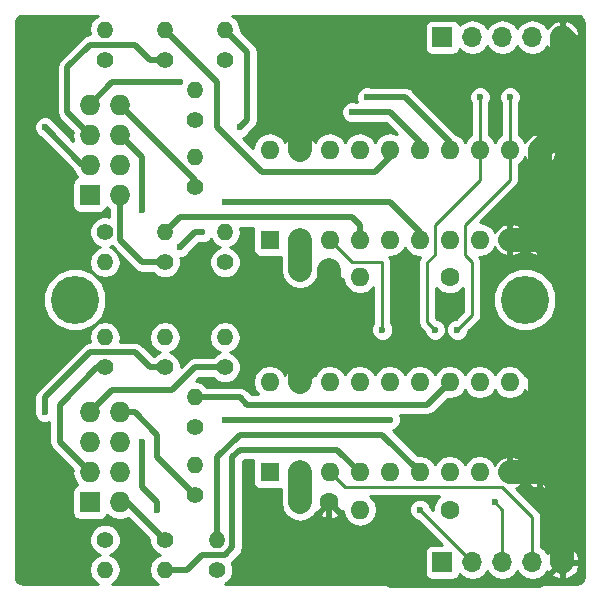
<source format=gtl>
G04 #@! TF.FileFunction,Copper,L1,Top,Signal*
%FSLAX46Y46*%
G04 Gerber Fmt 4.6, Leading zero omitted, Abs format (unit mm)*
G04 Created by KiCad (PCBNEW 4.0.5) date Sat Jan 28 10:55:45 2017*
%MOMM*%
%LPD*%
G01*
G04 APERTURE LIST*
%ADD10C,0.100000*%
%ADD11R,1.600000X1.600000*%
%ADD12O,1.600000X1.600000*%
%ADD13C,1.400000*%
%ADD14O,1.400000X1.400000*%
%ADD15R,1.700000X1.700000*%
%ADD16O,1.700000X1.700000*%
%ADD17C,1.600000*%
%ADD18R,1.727200X1.727200*%
%ADD19O,1.727200X1.727200*%
%ADD20C,4.064000*%
%ADD21C,0.600000*%
%ADD22C,2.000000*%
%ADD23C,0.250000*%
%ADD24C,0.500000*%
%ADD25C,0.254000*%
G04 APERTURE END LIST*
D10*
D11*
X155575000Y-135890000D03*
D12*
X178435000Y-128270000D03*
X158115000Y-135890000D03*
X175895000Y-128270000D03*
X160655000Y-135890000D03*
X173355000Y-128270000D03*
X163195000Y-135890000D03*
X170815000Y-128270000D03*
X165735000Y-135890000D03*
X168275000Y-128270000D03*
X168275000Y-135890000D03*
X165735000Y-128270000D03*
X170815000Y-135890000D03*
X163195000Y-128270000D03*
X173355000Y-135890000D03*
X160655000Y-128270000D03*
X175895000Y-135890000D03*
X158115000Y-128270000D03*
X178435000Y-135890000D03*
X155575000Y-128270000D03*
D13*
X151130000Y-144145000D03*
D14*
X151130000Y-141605000D03*
D15*
X170180000Y-143510000D03*
D16*
X172720000Y-143510000D03*
X175260000Y-143510000D03*
X177800000Y-143510000D03*
X180340000Y-143510000D03*
D15*
X170180000Y-99060000D03*
D16*
X172720000Y-99060000D03*
X175260000Y-99060000D03*
X177800000Y-99060000D03*
X180340000Y-99060000D03*
D17*
X158115000Y-118745000D03*
X160615000Y-118745000D03*
X158115000Y-138430000D03*
X160615000Y-138430000D03*
D11*
X155575000Y-116205000D03*
D12*
X178435000Y-108585000D03*
X158115000Y-116205000D03*
X175895000Y-108585000D03*
X160655000Y-116205000D03*
X173355000Y-108585000D03*
X163195000Y-116205000D03*
X170815000Y-108585000D03*
X165735000Y-116205000D03*
X168275000Y-108585000D03*
X168275000Y-116205000D03*
X165735000Y-108585000D03*
X170815000Y-116205000D03*
X163195000Y-108585000D03*
X173355000Y-116205000D03*
X160655000Y-108585000D03*
X175895000Y-116205000D03*
X158115000Y-108585000D03*
X178435000Y-116205000D03*
X155575000Y-108585000D03*
D18*
X140335000Y-138430000D03*
D19*
X142875000Y-138430000D03*
X140335000Y-135890000D03*
X142875000Y-135890000D03*
X140335000Y-133350000D03*
X142875000Y-133350000D03*
X140335000Y-130810000D03*
X142875000Y-130810000D03*
D18*
X140335000Y-112395000D03*
D19*
X142875000Y-112395000D03*
X140335000Y-109855000D03*
X142875000Y-109855000D03*
X140335000Y-107315000D03*
X142875000Y-107315000D03*
X140335000Y-104775000D03*
X142875000Y-104775000D03*
D17*
X170815000Y-139065000D03*
D12*
X163195000Y-139065000D03*
D17*
X170815000Y-119380000D03*
D12*
X163195000Y-119380000D03*
D13*
X146685000Y-141605000D03*
D14*
X146685000Y-144145000D03*
D13*
X141605000Y-141605000D03*
D14*
X141605000Y-144145000D03*
D13*
X149225000Y-137795000D03*
D14*
X149225000Y-135255000D03*
D13*
X149225000Y-132080000D03*
D14*
X149225000Y-129540000D03*
D13*
X141605000Y-127000000D03*
D14*
X141605000Y-124460000D03*
D13*
X146685000Y-127000000D03*
D14*
X146685000Y-124460000D03*
D13*
X151765000Y-127000000D03*
D14*
X151765000Y-124460000D03*
D13*
X146685000Y-118110000D03*
D14*
X146685000Y-115570000D03*
D13*
X151765000Y-118110000D03*
D14*
X151765000Y-115570000D03*
D13*
X141605000Y-115570000D03*
D14*
X141605000Y-118110000D03*
D13*
X149225000Y-111760000D03*
D14*
X149225000Y-109220000D03*
D13*
X149225000Y-106045000D03*
D14*
X149225000Y-103505000D03*
D13*
X141605000Y-100965000D03*
D14*
X141605000Y-98425000D03*
D13*
X146685000Y-100965000D03*
D14*
X146685000Y-98425000D03*
D13*
X151765000Y-100965000D03*
D14*
X151765000Y-98425000D03*
D20*
X139065000Y-121285000D03*
X177165000Y-121285000D03*
D21*
X174625000Y-138430000D03*
X175895000Y-104140000D03*
X171450000Y-123825000D03*
X168275000Y-139065000D03*
X173355000Y-104140000D03*
X169545000Y-123825000D03*
X165735000Y-131445000D03*
X151765000Y-131445000D03*
X165100000Y-123825000D03*
X163830000Y-104140000D03*
X162560000Y-105410000D03*
X151765000Y-113030000D03*
X149860000Y-115570000D03*
X147955000Y-116840000D03*
X153035000Y-106680000D03*
X146050000Y-139065000D03*
X144780000Y-133350000D03*
X136525000Y-130810000D03*
X136525000Y-106680000D03*
X144780000Y-113665000D03*
X147955000Y-102870000D03*
D22*
X158115000Y-138430000D02*
X158115000Y-135890000D01*
X158115000Y-118745000D02*
X158115000Y-116205000D01*
D23*
X175260000Y-143510000D02*
X175260000Y-139065000D01*
X175260000Y-139065000D02*
X174625000Y-138430000D01*
X175895000Y-108585000D02*
X175895000Y-104140000D01*
X172720000Y-122555000D02*
X172720000Y-118110000D01*
X171450000Y-123825000D02*
X172720000Y-122555000D01*
X172720000Y-118110000D02*
X172085000Y-117475000D01*
X172085000Y-117475000D02*
X172085000Y-114935000D01*
X172085000Y-114935000D02*
X175895000Y-111125000D01*
X175895000Y-111125000D02*
X175895000Y-108585000D01*
X175895000Y-111125000D02*
X175895000Y-108585000D01*
X172085000Y-114935000D02*
X175895000Y-111125000D01*
X172085000Y-117475000D02*
X172085000Y-114935000D01*
X172720000Y-118110000D02*
X172085000Y-117475000D01*
X172720000Y-143510000D02*
X168275000Y-139065000D01*
X173355000Y-108585000D02*
X173355000Y-104140000D01*
X169545000Y-123825000D02*
X168910000Y-123190000D01*
X168910000Y-123190000D02*
X168910000Y-118110000D01*
X168910000Y-118110000D02*
X169545000Y-117475000D01*
X169545000Y-117475000D02*
X169545000Y-114935000D01*
X169545000Y-114935000D02*
X173355000Y-111125000D01*
X173355000Y-111125000D02*
X173355000Y-108585000D01*
X177800000Y-143510000D02*
X177800000Y-139700000D01*
X161925000Y-137160000D02*
X160655000Y-135890000D01*
X175260000Y-137160000D02*
X161925000Y-137160000D01*
X177800000Y-139700000D02*
X175260000Y-137160000D01*
X177800000Y-143510000D02*
X177800000Y-142875000D01*
D24*
X160615000Y-138430000D02*
X160615000Y-140295000D01*
X178435000Y-145415000D02*
X180340000Y-143510000D01*
X165735000Y-145415000D02*
X178435000Y-145415000D01*
X160615000Y-140295000D02*
X165735000Y-145415000D01*
D22*
X158115000Y-108585000D02*
X158115000Y-107315000D01*
X180340000Y-100965000D02*
X180340000Y-99060000D01*
X179070000Y-102235000D02*
X180340000Y-100965000D01*
X163195000Y-102235000D02*
X179070000Y-102235000D01*
X158115000Y-107315000D02*
X163195000Y-102235000D01*
X178435000Y-135890000D02*
X179070000Y-135890000D01*
X179070000Y-135890000D02*
X180340000Y-137160000D01*
X180340000Y-137160000D02*
X180340000Y-143510000D01*
X178435000Y-108585000D02*
X180975000Y-106045000D01*
X180975000Y-99695000D02*
X180340000Y-99060000D01*
X180975000Y-106045000D02*
X180975000Y-99695000D01*
X158115000Y-128270000D02*
X158115000Y-127635000D01*
X158115000Y-127635000D02*
X162242500Y-123507500D01*
X178435000Y-128270000D02*
X178435000Y-127635000D01*
X178435000Y-127635000D02*
X176530000Y-125730000D01*
X160615000Y-121880000D02*
X160615000Y-118745000D01*
X164465000Y-125730000D02*
X162242500Y-123507500D01*
X162242500Y-123507500D02*
X160615000Y-121880000D01*
X176530000Y-125730000D02*
X164465000Y-125730000D01*
X178435000Y-128270000D02*
X179070000Y-128270000D01*
X179070000Y-128270000D02*
X180975000Y-126365000D01*
X180975000Y-123190000D02*
X180975000Y-118745000D01*
X180975000Y-118745000D02*
X178435000Y-116205000D01*
X180975000Y-126365000D02*
X180975000Y-123190000D01*
X178435000Y-128270000D02*
X178435000Y-135890000D01*
X178435000Y-116205000D02*
X179070000Y-116205000D01*
X178435000Y-116205000D02*
X178435000Y-108585000D01*
X175895000Y-116205000D02*
X178435000Y-116205000D01*
X175895000Y-135890000D02*
X178435000Y-135890000D01*
D24*
X160615000Y-118745000D02*
X160655000Y-118745000D01*
X146685000Y-144145000D02*
X148590000Y-144145000D01*
X161290000Y-133985000D02*
X163195000Y-135890000D01*
X153035000Y-133985000D02*
X161290000Y-133985000D01*
X152400000Y-134620000D02*
X153035000Y-133985000D01*
X152400000Y-142240000D02*
X152400000Y-134620000D01*
X151765000Y-142875000D02*
X152400000Y-142240000D01*
X149860000Y-142875000D02*
X151765000Y-142875000D01*
X148590000Y-144145000D02*
X149860000Y-142875000D01*
X149225000Y-129540000D02*
X153035000Y-129540000D01*
X168910000Y-130175000D02*
X170815000Y-128270000D01*
X153670000Y-130175000D02*
X168910000Y-130175000D01*
X153035000Y-129540000D02*
X153670000Y-130175000D01*
X151765000Y-131445000D02*
X165735000Y-131445000D01*
X151130000Y-141605000D02*
X151130000Y-134620000D01*
X165100000Y-132715000D02*
X168275000Y-135890000D01*
X153035000Y-132715000D02*
X165100000Y-132715000D01*
X151130000Y-134620000D02*
X153035000Y-132715000D01*
D23*
X162560000Y-118110000D02*
X160655000Y-116205000D01*
X165100000Y-118110000D02*
X162560000Y-118110000D01*
X165100000Y-123825000D02*
X165100000Y-118110000D01*
D24*
X163195000Y-116205000D02*
X163195000Y-114935000D01*
X147955000Y-114300000D02*
X146685000Y-115570000D01*
X162560000Y-114300000D02*
X147955000Y-114300000D01*
X163195000Y-114935000D02*
X162560000Y-114300000D01*
X170815000Y-108585000D02*
X170815000Y-107950000D01*
X170815000Y-107950000D02*
X167005000Y-104140000D01*
X167005000Y-104140000D02*
X163830000Y-104140000D01*
X168275000Y-108585000D02*
X168275000Y-107950000D01*
X168275000Y-107950000D02*
X165735000Y-105410000D01*
X165735000Y-105410000D02*
X162560000Y-105410000D01*
X165735000Y-113030000D02*
X168275000Y-115570000D01*
X151765000Y-113030000D02*
X165735000Y-113030000D01*
X149225000Y-115570000D02*
X149860000Y-115570000D01*
X147955000Y-116840000D02*
X149225000Y-115570000D01*
X168275000Y-115570000D02*
X168275000Y-116205000D01*
X168275000Y-116205000D02*
X168275000Y-115570000D01*
X165735000Y-108585000D02*
X165735000Y-109220000D01*
X165735000Y-109220000D02*
X164465000Y-110490000D01*
X164465000Y-110490000D02*
X154940000Y-110490000D01*
X154940000Y-110490000D02*
X151130000Y-106680000D01*
X151130000Y-106680000D02*
X151130000Y-102870000D01*
X151130000Y-102870000D02*
X146685000Y-98425000D01*
X151765000Y-98425000D02*
X153670000Y-100330000D01*
X153670000Y-106045000D02*
X153035000Y-106680000D01*
X153670000Y-100330000D02*
X153670000Y-106045000D01*
X146050000Y-138430000D02*
X146050000Y-139065000D01*
X144780000Y-137160000D02*
X146050000Y-138430000D01*
X144780000Y-133350000D02*
X144780000Y-137160000D01*
X142875000Y-138430000D02*
X143510000Y-138430000D01*
X143510000Y-138430000D02*
X146685000Y-141605000D01*
X141605000Y-127000000D02*
X140970000Y-127000000D01*
X140970000Y-127000000D02*
X137795000Y-130175000D01*
X137795000Y-130175000D02*
X137795000Y-133350000D01*
X137795000Y-133350000D02*
X140335000Y-135890000D01*
X146685000Y-127000000D02*
X145415000Y-127000000D01*
X136525000Y-129540000D02*
X136525000Y-130810000D01*
X140335000Y-125730000D02*
X136525000Y-129540000D01*
X144145000Y-125730000D02*
X140335000Y-125730000D01*
X145415000Y-127000000D02*
X144145000Y-125730000D01*
X151765000Y-127000000D02*
X149225000Y-127000000D01*
X142240000Y-128905000D02*
X140335000Y-130810000D01*
X147320000Y-128905000D02*
X142240000Y-128905000D01*
X149225000Y-127000000D02*
X147320000Y-128905000D01*
X149225000Y-137795000D02*
X146050000Y-134620000D01*
X144145000Y-130810000D02*
X142875000Y-130810000D01*
X146050000Y-132715000D02*
X144145000Y-130810000D01*
X146050000Y-134620000D02*
X146050000Y-132715000D01*
X146685000Y-118110000D02*
X144780000Y-118110000D01*
X142875000Y-116205000D02*
X142875000Y-112395000D01*
X144780000Y-118110000D02*
X142875000Y-116205000D01*
X136525000Y-106680000D02*
X139700000Y-109855000D01*
X139700000Y-109855000D02*
X140335000Y-109855000D01*
X146685000Y-100965000D02*
X145415000Y-100965000D01*
X138430000Y-105410000D02*
X140335000Y-107315000D01*
X138430000Y-101600000D02*
X138430000Y-105410000D01*
X140335000Y-99695000D02*
X138430000Y-101600000D01*
X144145000Y-99695000D02*
X140335000Y-99695000D01*
X145415000Y-100965000D02*
X144145000Y-99695000D01*
X144780000Y-109220000D02*
X142875000Y-107315000D01*
X144780000Y-113665000D02*
X144780000Y-109220000D01*
X140335000Y-104775000D02*
X142240000Y-102870000D01*
X142240000Y-102870000D02*
X147955000Y-102870000D01*
X149225000Y-111760000D02*
X149225000Y-111125000D01*
X149225000Y-111125000D02*
X142875000Y-104775000D01*
D25*
G36*
X140661012Y-97454858D02*
X140371621Y-97887964D01*
X140270000Y-98398846D01*
X140270000Y-98451154D01*
X140341379Y-98810000D01*
X140335005Y-98810000D01*
X140335000Y-98809999D01*
X140052516Y-98866190D01*
X139996325Y-98877367D01*
X139709210Y-99069210D01*
X139709208Y-99069213D01*
X137804210Y-100974210D01*
X137612367Y-101261325D01*
X137612367Y-101261326D01*
X137544999Y-101600000D01*
X137545000Y-101600005D01*
X137545000Y-105409995D01*
X137544999Y-105410000D01*
X137601190Y-105692484D01*
X137612367Y-105748675D01*
X137740424Y-105940327D01*
X137804210Y-106035790D01*
X138872512Y-107104092D01*
X138836400Y-107285641D01*
X138836400Y-107344359D01*
X138934594Y-107838015D01*
X137367744Y-106271164D01*
X137318117Y-106151057D01*
X137055327Y-105887808D01*
X136711799Y-105745162D01*
X136339833Y-105744838D01*
X135996057Y-105886883D01*
X135732808Y-106149673D01*
X135590162Y-106493201D01*
X135589838Y-106865167D01*
X135731883Y-107208943D01*
X135994673Y-107472192D01*
X136115986Y-107522566D01*
X138925446Y-110332025D01*
X138950474Y-110457848D01*
X139261574Y-110923442D01*
X139236083Y-110928238D01*
X139019959Y-111067310D01*
X138874969Y-111279510D01*
X138823960Y-111531400D01*
X138823960Y-113258600D01*
X138868238Y-113493917D01*
X139007310Y-113710041D01*
X139219510Y-113855031D01*
X139471400Y-113906040D01*
X141198600Y-113906040D01*
X141433917Y-113861762D01*
X141650041Y-113722690D01*
X141795031Y-113510490D01*
X141803864Y-113466869D01*
X141815330Y-113484029D01*
X141990000Y-113600740D01*
X141990000Y-114284349D01*
X141871713Y-114235232D01*
X141340617Y-114234769D01*
X140849771Y-114437582D01*
X140473902Y-114812796D01*
X140270232Y-115303287D01*
X140269769Y-115834383D01*
X140472582Y-116325229D01*
X140847796Y-116701098D01*
X141170788Y-116835216D01*
X141094118Y-116850467D01*
X140661012Y-117139858D01*
X140371621Y-117572964D01*
X140270000Y-118083846D01*
X140270000Y-118136154D01*
X140371621Y-118647036D01*
X140661012Y-119080142D01*
X141094118Y-119369533D01*
X141605000Y-119471154D01*
X142115882Y-119369533D01*
X142548988Y-119080142D01*
X142838379Y-118647036D01*
X142940000Y-118136154D01*
X142940000Y-118083846D01*
X142838379Y-117572964D01*
X142548988Y-117139858D01*
X142115882Y-116850467D01*
X142038955Y-116835165D01*
X142206012Y-116766139D01*
X142249210Y-116830790D01*
X144154208Y-118735787D01*
X144154210Y-118735790D01*
X144441325Y-118927633D01*
X144497516Y-118938810D01*
X144780000Y-118995001D01*
X144780005Y-118995000D01*
X145682127Y-118995000D01*
X145927796Y-119241098D01*
X146418287Y-119444768D01*
X146949383Y-119445231D01*
X147440229Y-119242418D01*
X147816098Y-118867204D01*
X148019768Y-118376713D01*
X148020231Y-117845617D01*
X147991066Y-117775032D01*
X148140167Y-117775162D01*
X148483943Y-117633117D01*
X148747192Y-117370327D01*
X148797566Y-117249014D01*
X149580312Y-116466267D01*
X149673201Y-116504838D01*
X150045167Y-116505162D01*
X150388943Y-116363117D01*
X150577175Y-116175213D01*
X150821012Y-116540142D01*
X151254118Y-116829533D01*
X151331045Y-116844835D01*
X151009771Y-116977582D01*
X150633902Y-117352796D01*
X150430232Y-117843287D01*
X150429769Y-118374383D01*
X150632582Y-118865229D01*
X151007796Y-119241098D01*
X151498287Y-119444768D01*
X152029383Y-119445231D01*
X152520229Y-119242418D01*
X152896098Y-118867204D01*
X153099768Y-118376713D01*
X153100231Y-117845617D01*
X152897418Y-117354771D01*
X152522204Y-116978902D01*
X152199212Y-116844784D01*
X152275882Y-116829533D01*
X152708988Y-116540142D01*
X152998379Y-116107036D01*
X153100000Y-115596154D01*
X153100000Y-115543846D01*
X153028621Y-115185000D01*
X154172111Y-115185000D01*
X154127560Y-115405000D01*
X154127560Y-117005000D01*
X154171838Y-117240317D01*
X154310910Y-117456441D01*
X154523110Y-117601431D01*
X154775000Y-117652440D01*
X156375000Y-117652440D01*
X156480000Y-117632683D01*
X156480000Y-118745000D01*
X156604457Y-119370687D01*
X156958880Y-119901120D01*
X157489313Y-120255543D01*
X158115000Y-120380000D01*
X158740687Y-120255543D01*
X159271120Y-119901120D01*
X159370260Y-119752745D01*
X159786861Y-119752745D01*
X159860995Y-119998864D01*
X160398223Y-120191965D01*
X160968454Y-120164778D01*
X161369005Y-119998864D01*
X161443139Y-119752745D01*
X160615000Y-118924605D01*
X159786861Y-119752745D01*
X159370260Y-119752745D01*
X159509869Y-119543805D01*
X159607255Y-119573139D01*
X160435395Y-118745000D01*
X160421252Y-118730858D01*
X160600858Y-118551252D01*
X160615000Y-118565395D01*
X160629142Y-118551252D01*
X160808748Y-118730858D01*
X160794605Y-118745000D01*
X161622745Y-119573139D01*
X161761964Y-119531205D01*
X161841120Y-119929151D01*
X162152189Y-120394698D01*
X162617736Y-120705767D01*
X163166887Y-120815000D01*
X163223113Y-120815000D01*
X163772264Y-120705767D01*
X164237811Y-120394698D01*
X164340000Y-120241762D01*
X164340000Y-123262537D01*
X164307808Y-123294673D01*
X164165162Y-123638201D01*
X164164838Y-124010167D01*
X164306883Y-124353943D01*
X164569673Y-124617192D01*
X164913201Y-124759838D01*
X165285167Y-124760162D01*
X165628943Y-124618117D01*
X165892192Y-124355327D01*
X166034838Y-124011799D01*
X166035162Y-123639833D01*
X165893117Y-123296057D01*
X165860000Y-123262882D01*
X165860000Y-118110000D01*
X165802148Y-117819161D01*
X165696044Y-117660364D01*
X165735000Y-117668113D01*
X166284151Y-117558880D01*
X166749698Y-117247811D01*
X167005000Y-116865725D01*
X167260302Y-117247811D01*
X167725849Y-117558880D01*
X168275000Y-117668113D01*
X168313956Y-117660364D01*
X168207852Y-117819161D01*
X168150000Y-118110000D01*
X168150000Y-123190000D01*
X168207852Y-123480839D01*
X168372599Y-123727401D01*
X168609878Y-123964680D01*
X168609838Y-124010167D01*
X168751883Y-124353943D01*
X169014673Y-124617192D01*
X169358201Y-124759838D01*
X169730167Y-124760162D01*
X170073943Y-124618117D01*
X170337192Y-124355327D01*
X170479838Y-124011799D01*
X170480162Y-123639833D01*
X170338117Y-123296057D01*
X170075327Y-123032808D01*
X169731799Y-122890162D01*
X169684923Y-122890121D01*
X169670000Y-122875198D01*
X169670000Y-120264169D01*
X170001077Y-120595824D01*
X170528309Y-120814750D01*
X171099187Y-120815248D01*
X171626800Y-120597243D01*
X171960000Y-120264624D01*
X171960000Y-122240198D01*
X171310320Y-122889878D01*
X171264833Y-122889838D01*
X170921057Y-123031883D01*
X170657808Y-123294673D01*
X170515162Y-123638201D01*
X170514838Y-124010167D01*
X170656883Y-124353943D01*
X170919673Y-124617192D01*
X171263201Y-124759838D01*
X171635167Y-124760162D01*
X171978943Y-124618117D01*
X172242192Y-124355327D01*
X172384838Y-124011799D01*
X172384879Y-123964923D01*
X173257401Y-123092401D01*
X173422148Y-122845840D01*
X173480000Y-122555000D01*
X173480000Y-121813172D01*
X174497538Y-121813172D01*
X174902709Y-122793761D01*
X175652293Y-123544655D01*
X176632173Y-123951536D01*
X177693172Y-123952462D01*
X178673761Y-123547291D01*
X179424655Y-122797707D01*
X179831536Y-121817827D01*
X179832462Y-120756828D01*
X179427291Y-119776239D01*
X178677707Y-119025345D01*
X177697827Y-118618464D01*
X176636828Y-118617538D01*
X175656239Y-119022709D01*
X174905345Y-119772293D01*
X174498464Y-120752173D01*
X174497538Y-121813172D01*
X173480000Y-121813172D01*
X173480000Y-118110000D01*
X173422148Y-117819161D01*
X173316044Y-117660364D01*
X173355000Y-117668113D01*
X173904151Y-117558880D01*
X174369698Y-117247811D01*
X174639986Y-116843297D01*
X174742611Y-117060134D01*
X175157577Y-117436041D01*
X175545961Y-117596904D01*
X175768000Y-117474915D01*
X175768000Y-116332000D01*
X176022000Y-116332000D01*
X176022000Y-117474915D01*
X176244039Y-117596904D01*
X176632423Y-117436041D01*
X177047389Y-117060134D01*
X177165000Y-116811633D01*
X177282611Y-117060134D01*
X177697577Y-117436041D01*
X178085961Y-117596904D01*
X178308000Y-117474915D01*
X178308000Y-116332000D01*
X178562000Y-116332000D01*
X178562000Y-117474915D01*
X178784039Y-117596904D01*
X179172423Y-117436041D01*
X179587389Y-117060134D01*
X179826914Y-116554041D01*
X179705629Y-116332000D01*
X178562000Y-116332000D01*
X178308000Y-116332000D01*
X176022000Y-116332000D01*
X175768000Y-116332000D01*
X175748000Y-116332000D01*
X175748000Y-116078000D01*
X175768000Y-116078000D01*
X175768000Y-114935085D01*
X176022000Y-114935085D01*
X176022000Y-116078000D01*
X178308000Y-116078000D01*
X178308000Y-114935085D01*
X178562000Y-114935085D01*
X178562000Y-116078000D01*
X179705629Y-116078000D01*
X179826914Y-115855959D01*
X179587389Y-115349866D01*
X179172423Y-114973959D01*
X178784039Y-114813096D01*
X178562000Y-114935085D01*
X178308000Y-114935085D01*
X178085961Y-114813096D01*
X177697577Y-114973959D01*
X177282611Y-115349866D01*
X177165000Y-115598367D01*
X177047389Y-115349866D01*
X176632423Y-114973959D01*
X176244039Y-114813096D01*
X176022000Y-114935085D01*
X175768000Y-114935085D01*
X175545961Y-114813096D01*
X175157577Y-114973959D01*
X174742611Y-115349866D01*
X174639986Y-115566703D01*
X174369698Y-115162189D01*
X173904151Y-114851120D01*
X173355000Y-114741887D01*
X173352397Y-114742405D01*
X176432401Y-111662401D01*
X176597148Y-111415839D01*
X176655000Y-111125000D01*
X176655000Y-109797995D01*
X176909698Y-109627811D01*
X177179986Y-109223297D01*
X177282611Y-109440134D01*
X177697577Y-109816041D01*
X178085961Y-109976904D01*
X178308000Y-109854915D01*
X178308000Y-108712000D01*
X178562000Y-108712000D01*
X178562000Y-109854915D01*
X178784039Y-109976904D01*
X179172423Y-109816041D01*
X179587389Y-109440134D01*
X179826914Y-108934041D01*
X179705629Y-108712000D01*
X178562000Y-108712000D01*
X178308000Y-108712000D01*
X178288000Y-108712000D01*
X178288000Y-108458000D01*
X178308000Y-108458000D01*
X178308000Y-107315085D01*
X178562000Y-107315085D01*
X178562000Y-108458000D01*
X179705629Y-108458000D01*
X179826914Y-108235959D01*
X179587389Y-107729866D01*
X179172423Y-107353959D01*
X178784039Y-107193096D01*
X178562000Y-107315085D01*
X178308000Y-107315085D01*
X178085961Y-107193096D01*
X177697577Y-107353959D01*
X177282611Y-107729866D01*
X177179986Y-107946703D01*
X176909698Y-107542189D01*
X176655000Y-107372005D01*
X176655000Y-104702463D01*
X176687192Y-104670327D01*
X176829838Y-104326799D01*
X176830162Y-103954833D01*
X176688117Y-103611057D01*
X176425327Y-103347808D01*
X176081799Y-103205162D01*
X175709833Y-103204838D01*
X175366057Y-103346883D01*
X175102808Y-103609673D01*
X174960162Y-103953201D01*
X174959838Y-104325167D01*
X175101883Y-104668943D01*
X175135000Y-104702118D01*
X175135000Y-107372005D01*
X174880302Y-107542189D01*
X174625000Y-107924275D01*
X174369698Y-107542189D01*
X174115000Y-107372005D01*
X174115000Y-104702463D01*
X174147192Y-104670327D01*
X174289838Y-104326799D01*
X174290162Y-103954833D01*
X174148117Y-103611057D01*
X173885327Y-103347808D01*
X173541799Y-103205162D01*
X173169833Y-103204838D01*
X172826057Y-103346883D01*
X172562808Y-103609673D01*
X172420162Y-103953201D01*
X172419838Y-104325167D01*
X172561883Y-104668943D01*
X172595000Y-104702118D01*
X172595000Y-107372005D01*
X172340302Y-107542189D01*
X172085000Y-107924275D01*
X171829698Y-107542189D01*
X171364151Y-107231120D01*
X171343614Y-107227035D01*
X167630790Y-103514210D01*
X167577864Y-103478846D01*
X167343675Y-103322367D01*
X167287484Y-103311190D01*
X167005000Y-103254999D01*
X167004995Y-103255000D01*
X164136822Y-103255000D01*
X164016799Y-103205162D01*
X163644833Y-103204838D01*
X163301057Y-103346883D01*
X163037808Y-103609673D01*
X162895162Y-103953201D01*
X162894838Y-104325167D01*
X162977407Y-104525000D01*
X162866822Y-104525000D01*
X162746799Y-104475162D01*
X162374833Y-104474838D01*
X162031057Y-104616883D01*
X161767808Y-104879673D01*
X161625162Y-105223201D01*
X161624838Y-105595167D01*
X161766883Y-105938943D01*
X162029673Y-106202192D01*
X162373201Y-106344838D01*
X162745167Y-106345162D01*
X162866569Y-106295000D01*
X165368420Y-106295000D01*
X166345598Y-107272178D01*
X166284151Y-107231120D01*
X165735000Y-107121887D01*
X165185849Y-107231120D01*
X164720302Y-107542189D01*
X164465000Y-107924275D01*
X164209698Y-107542189D01*
X163744151Y-107231120D01*
X163195000Y-107121887D01*
X162645849Y-107231120D01*
X162180302Y-107542189D01*
X161925000Y-107924275D01*
X161669698Y-107542189D01*
X161204151Y-107231120D01*
X160655000Y-107121887D01*
X160105849Y-107231120D01*
X159640302Y-107542189D01*
X159370014Y-107946703D01*
X159267389Y-107729866D01*
X158852423Y-107353959D01*
X158464039Y-107193096D01*
X158242000Y-107315085D01*
X158242000Y-108458000D01*
X158262000Y-108458000D01*
X158262000Y-108712000D01*
X158242000Y-108712000D01*
X158242000Y-108732000D01*
X157988000Y-108732000D01*
X157988000Y-108712000D01*
X157968000Y-108712000D01*
X157968000Y-108458000D01*
X157988000Y-108458000D01*
X157988000Y-107315085D01*
X157765961Y-107193096D01*
X157377577Y-107353959D01*
X156962611Y-107729866D01*
X156859986Y-107946703D01*
X156589698Y-107542189D01*
X156124151Y-107231120D01*
X155575000Y-107121887D01*
X155025849Y-107231120D01*
X154560302Y-107542189D01*
X154249233Y-108007736D01*
X154159655Y-108458075D01*
X153288505Y-107586925D01*
X153563943Y-107473117D01*
X153827192Y-107210327D01*
X153877566Y-107089014D01*
X154295787Y-106670792D01*
X154295790Y-106670790D01*
X154423975Y-106478946D01*
X154487634Y-106383674D01*
X154555001Y-106045000D01*
X154555000Y-106044995D01*
X154555000Y-100330005D01*
X154555001Y-100330000D01*
X154487633Y-99991326D01*
X154487633Y-99991325D01*
X154295790Y-99704210D01*
X154295787Y-99704208D01*
X153090499Y-98498919D01*
X153100000Y-98451154D01*
X153100000Y-98398846D01*
X153062437Y-98210000D01*
X168682560Y-98210000D01*
X168682560Y-99910000D01*
X168726838Y-100145317D01*
X168865910Y-100361441D01*
X169078110Y-100506431D01*
X169330000Y-100557440D01*
X171030000Y-100557440D01*
X171265317Y-100513162D01*
X171481441Y-100374090D01*
X171626431Y-100161890D01*
X171640086Y-100094459D01*
X171669946Y-100139147D01*
X172151715Y-100461054D01*
X172720000Y-100574093D01*
X173288285Y-100461054D01*
X173770054Y-100139147D01*
X173990000Y-99809974D01*
X174209946Y-100139147D01*
X174691715Y-100461054D01*
X175260000Y-100574093D01*
X175828285Y-100461054D01*
X176310054Y-100139147D01*
X176530000Y-99809974D01*
X176749946Y-100139147D01*
X177231715Y-100461054D01*
X177800000Y-100574093D01*
X178368285Y-100461054D01*
X178850054Y-100139147D01*
X179077702Y-99798447D01*
X179144817Y-99941358D01*
X179573076Y-100331645D01*
X179983110Y-100501476D01*
X180213000Y-100380155D01*
X180213000Y-99187000D01*
X180467000Y-99187000D01*
X180467000Y-100380155D01*
X180696890Y-100501476D01*
X181106924Y-100331645D01*
X181535183Y-99941358D01*
X181781486Y-99416892D01*
X181660819Y-99187000D01*
X180467000Y-99187000D01*
X180213000Y-99187000D01*
X180193000Y-99187000D01*
X180193000Y-98933000D01*
X180213000Y-98933000D01*
X180213000Y-97739845D01*
X180467000Y-97739845D01*
X180467000Y-98933000D01*
X181660819Y-98933000D01*
X181781486Y-98703108D01*
X181535183Y-98178642D01*
X181106924Y-97788355D01*
X180696890Y-97618524D01*
X180467000Y-97739845D01*
X180213000Y-97739845D01*
X179983110Y-97618524D01*
X179573076Y-97788355D01*
X179144817Y-98178642D01*
X179077702Y-98321553D01*
X178850054Y-97980853D01*
X178368285Y-97658946D01*
X177800000Y-97545907D01*
X177231715Y-97658946D01*
X176749946Y-97980853D01*
X176530000Y-98310026D01*
X176310054Y-97980853D01*
X175828285Y-97658946D01*
X175260000Y-97545907D01*
X174691715Y-97658946D01*
X174209946Y-97980853D01*
X173990000Y-98310026D01*
X173770054Y-97980853D01*
X173288285Y-97658946D01*
X172720000Y-97545907D01*
X172151715Y-97658946D01*
X171669946Y-97980853D01*
X171642150Y-98022452D01*
X171633162Y-97974683D01*
X171494090Y-97758559D01*
X171281890Y-97613569D01*
X171030000Y-97562560D01*
X169330000Y-97562560D01*
X169094683Y-97606838D01*
X168878559Y-97745910D01*
X168733569Y-97958110D01*
X168682560Y-98210000D01*
X153062437Y-98210000D01*
X152998379Y-97887964D01*
X152708988Y-97454858D01*
X152372463Y-97230000D01*
X181540070Y-97230000D01*
X181818979Y-97285478D01*
X181996145Y-97403856D01*
X182114521Y-97581019D01*
X182170000Y-97859931D01*
X182170000Y-144710069D01*
X182114521Y-144988981D01*
X181996145Y-145166144D01*
X181818979Y-145284522D01*
X181540070Y-145340000D01*
X151733769Y-145340000D01*
X151885229Y-145277418D01*
X152261098Y-144902204D01*
X152464768Y-144411713D01*
X152465231Y-143880617D01*
X152326139Y-143543988D01*
X152390790Y-143500790D01*
X153025787Y-142865792D01*
X153025790Y-142865790D01*
X153184246Y-142628642D01*
X153217634Y-142578674D01*
X153285001Y-142240000D01*
X153285000Y-142239995D01*
X153285000Y-134986580D01*
X153401579Y-134870000D01*
X154172111Y-134870000D01*
X154127560Y-135090000D01*
X154127560Y-136690000D01*
X154171838Y-136925317D01*
X154310910Y-137141441D01*
X154523110Y-137286431D01*
X154775000Y-137337440D01*
X156375000Y-137337440D01*
X156480000Y-137317683D01*
X156480000Y-138430000D01*
X156604457Y-139055687D01*
X156958880Y-139586120D01*
X157489313Y-139940543D01*
X158115000Y-140065000D01*
X158740687Y-139940543D01*
X159271120Y-139586120D01*
X159370260Y-139437745D01*
X159786861Y-139437745D01*
X159860995Y-139683864D01*
X160398223Y-139876965D01*
X160968454Y-139849778D01*
X161369005Y-139683864D01*
X161443139Y-139437745D01*
X160615000Y-138609605D01*
X159786861Y-139437745D01*
X159370260Y-139437745D01*
X159509869Y-139228805D01*
X159607255Y-139258139D01*
X160435395Y-138430000D01*
X160421252Y-138415858D01*
X160600858Y-138236252D01*
X160615000Y-138250395D01*
X160629142Y-138236252D01*
X160808748Y-138415858D01*
X160794605Y-138430000D01*
X161622745Y-139258139D01*
X161761964Y-139216205D01*
X161841120Y-139614151D01*
X162152189Y-140079698D01*
X162617736Y-140390767D01*
X163166887Y-140500000D01*
X163223113Y-140500000D01*
X163772264Y-140390767D01*
X164237811Y-140079698D01*
X164548880Y-139614151D01*
X164658113Y-139065000D01*
X164548880Y-138515849D01*
X164237811Y-138050302D01*
X164042801Y-137920000D01*
X169930831Y-137920000D01*
X169599176Y-138251077D01*
X169380250Y-138778309D01*
X169379974Y-139095172D01*
X169210122Y-138925320D01*
X169210162Y-138879833D01*
X169068117Y-138536057D01*
X168805327Y-138272808D01*
X168461799Y-138130162D01*
X168089833Y-138129838D01*
X167746057Y-138271883D01*
X167482808Y-138534673D01*
X167340162Y-138878201D01*
X167339838Y-139250167D01*
X167481883Y-139593943D01*
X167744673Y-139857192D01*
X168088201Y-139999838D01*
X168135077Y-139999879D01*
X170147758Y-142012560D01*
X169330000Y-142012560D01*
X169094683Y-142056838D01*
X168878559Y-142195910D01*
X168733569Y-142408110D01*
X168682560Y-142660000D01*
X168682560Y-144360000D01*
X168726838Y-144595317D01*
X168865910Y-144811441D01*
X169078110Y-144956431D01*
X169330000Y-145007440D01*
X171030000Y-145007440D01*
X171265317Y-144963162D01*
X171481441Y-144824090D01*
X171626431Y-144611890D01*
X171640086Y-144544459D01*
X171669946Y-144589147D01*
X172151715Y-144911054D01*
X172720000Y-145024093D01*
X173288285Y-144911054D01*
X173770054Y-144589147D01*
X173990000Y-144259974D01*
X174209946Y-144589147D01*
X174691715Y-144911054D01*
X175260000Y-145024093D01*
X175828285Y-144911054D01*
X176310054Y-144589147D01*
X176530000Y-144259974D01*
X176749946Y-144589147D01*
X177231715Y-144911054D01*
X177800000Y-145024093D01*
X178368285Y-144911054D01*
X178850054Y-144589147D01*
X179077702Y-144248447D01*
X179144817Y-144391358D01*
X179573076Y-144781645D01*
X179983110Y-144951476D01*
X180213000Y-144830155D01*
X180213000Y-143637000D01*
X180467000Y-143637000D01*
X180467000Y-144830155D01*
X180696890Y-144951476D01*
X181106924Y-144781645D01*
X181535183Y-144391358D01*
X181781486Y-143866892D01*
X181660819Y-143637000D01*
X180467000Y-143637000D01*
X180213000Y-143637000D01*
X180193000Y-143637000D01*
X180193000Y-143383000D01*
X180213000Y-143383000D01*
X180213000Y-142189845D01*
X180467000Y-142189845D01*
X180467000Y-143383000D01*
X181660819Y-143383000D01*
X181781486Y-143153108D01*
X181535183Y-142628642D01*
X181106924Y-142238355D01*
X180696890Y-142068524D01*
X180467000Y-142189845D01*
X180213000Y-142189845D01*
X179983110Y-142068524D01*
X179573076Y-142238355D01*
X179144817Y-142628642D01*
X179077702Y-142771553D01*
X178850054Y-142430853D01*
X178560000Y-142237046D01*
X178560000Y-139700000D01*
X178502148Y-139409161D01*
X178502148Y-139409160D01*
X178337401Y-139162599D01*
X176394420Y-137219618D01*
X176632423Y-137121041D01*
X177047389Y-136745134D01*
X177165000Y-136496633D01*
X177282611Y-136745134D01*
X177697577Y-137121041D01*
X178085961Y-137281904D01*
X178308000Y-137159915D01*
X178308000Y-136017000D01*
X178562000Y-136017000D01*
X178562000Y-137159915D01*
X178784039Y-137281904D01*
X179172423Y-137121041D01*
X179587389Y-136745134D01*
X179826914Y-136239041D01*
X179705629Y-136017000D01*
X178562000Y-136017000D01*
X178308000Y-136017000D01*
X176022000Y-136017000D01*
X176022000Y-136037000D01*
X175768000Y-136037000D01*
X175768000Y-136017000D01*
X175748000Y-136017000D01*
X175748000Y-135763000D01*
X175768000Y-135763000D01*
X175768000Y-134620085D01*
X176022000Y-134620085D01*
X176022000Y-135763000D01*
X178308000Y-135763000D01*
X178308000Y-134620085D01*
X178562000Y-134620085D01*
X178562000Y-135763000D01*
X179705629Y-135763000D01*
X179826914Y-135540959D01*
X179587389Y-135034866D01*
X179172423Y-134658959D01*
X178784039Y-134498096D01*
X178562000Y-134620085D01*
X178308000Y-134620085D01*
X178085961Y-134498096D01*
X177697577Y-134658959D01*
X177282611Y-135034866D01*
X177165000Y-135283367D01*
X177047389Y-135034866D01*
X176632423Y-134658959D01*
X176244039Y-134498096D01*
X176022000Y-134620085D01*
X175768000Y-134620085D01*
X175545961Y-134498096D01*
X175157577Y-134658959D01*
X174742611Y-135034866D01*
X174639986Y-135251703D01*
X174369698Y-134847189D01*
X173904151Y-134536120D01*
X173355000Y-134426887D01*
X172805849Y-134536120D01*
X172340302Y-134847189D01*
X172085000Y-135229275D01*
X171829698Y-134847189D01*
X171364151Y-134536120D01*
X170815000Y-134426887D01*
X170265849Y-134536120D01*
X169800302Y-134847189D01*
X169545000Y-135229275D01*
X169289698Y-134847189D01*
X168824151Y-134536120D01*
X168275000Y-134426887D01*
X168098562Y-134461983D01*
X165988505Y-132351925D01*
X166263943Y-132238117D01*
X166527192Y-131975327D01*
X166669838Y-131631799D01*
X166670162Y-131259833D01*
X166587593Y-131060000D01*
X168909995Y-131060000D01*
X168910000Y-131060001D01*
X169227731Y-130996799D01*
X169248675Y-130992633D01*
X169535790Y-130800790D01*
X170638562Y-129698017D01*
X170815000Y-129733113D01*
X171364151Y-129623880D01*
X171829698Y-129312811D01*
X172085000Y-128930725D01*
X172340302Y-129312811D01*
X172805849Y-129623880D01*
X173355000Y-129733113D01*
X173904151Y-129623880D01*
X174369698Y-129312811D01*
X174625000Y-128930725D01*
X174880302Y-129312811D01*
X175345849Y-129623880D01*
X175895000Y-129733113D01*
X176444151Y-129623880D01*
X176909698Y-129312811D01*
X177179986Y-128908297D01*
X177282611Y-129125134D01*
X177697577Y-129501041D01*
X178085961Y-129661904D01*
X178308000Y-129539915D01*
X178308000Y-128397000D01*
X178562000Y-128397000D01*
X178562000Y-129539915D01*
X178784039Y-129661904D01*
X179172423Y-129501041D01*
X179587389Y-129125134D01*
X179826914Y-128619041D01*
X179705629Y-128397000D01*
X178562000Y-128397000D01*
X178308000Y-128397000D01*
X178288000Y-128397000D01*
X178288000Y-128143000D01*
X178308000Y-128143000D01*
X178308000Y-127000085D01*
X178562000Y-127000085D01*
X178562000Y-128143000D01*
X179705629Y-128143000D01*
X179826914Y-127920959D01*
X179587389Y-127414866D01*
X179172423Y-127038959D01*
X178784039Y-126878096D01*
X178562000Y-127000085D01*
X178308000Y-127000085D01*
X178085961Y-126878096D01*
X177697577Y-127038959D01*
X177282611Y-127414866D01*
X177179986Y-127631703D01*
X176909698Y-127227189D01*
X176444151Y-126916120D01*
X175895000Y-126806887D01*
X175345849Y-126916120D01*
X174880302Y-127227189D01*
X174625000Y-127609275D01*
X174369698Y-127227189D01*
X173904151Y-126916120D01*
X173355000Y-126806887D01*
X172805849Y-126916120D01*
X172340302Y-127227189D01*
X172085000Y-127609275D01*
X171829698Y-127227189D01*
X171364151Y-126916120D01*
X170815000Y-126806887D01*
X170265849Y-126916120D01*
X169800302Y-127227189D01*
X169545000Y-127609275D01*
X169289698Y-127227189D01*
X168824151Y-126916120D01*
X168275000Y-126806887D01*
X167725849Y-126916120D01*
X167260302Y-127227189D01*
X167005000Y-127609275D01*
X166749698Y-127227189D01*
X166284151Y-126916120D01*
X165735000Y-126806887D01*
X165185849Y-126916120D01*
X164720302Y-127227189D01*
X164465000Y-127609275D01*
X164209698Y-127227189D01*
X163744151Y-126916120D01*
X163195000Y-126806887D01*
X162645849Y-126916120D01*
X162180302Y-127227189D01*
X161925000Y-127609275D01*
X161669698Y-127227189D01*
X161204151Y-126916120D01*
X160655000Y-126806887D01*
X160105849Y-126916120D01*
X159640302Y-127227189D01*
X159370014Y-127631703D01*
X159267389Y-127414866D01*
X158852423Y-127038959D01*
X158464039Y-126878096D01*
X158242000Y-127000085D01*
X158242000Y-128143000D01*
X158262000Y-128143000D01*
X158262000Y-128397000D01*
X158242000Y-128397000D01*
X158242000Y-128417000D01*
X157988000Y-128417000D01*
X157988000Y-128397000D01*
X157968000Y-128397000D01*
X157968000Y-128143000D01*
X157988000Y-128143000D01*
X157988000Y-127000085D01*
X157765961Y-126878096D01*
X157377577Y-127038959D01*
X156962611Y-127414866D01*
X156859986Y-127631703D01*
X156589698Y-127227189D01*
X156124151Y-126916120D01*
X155575000Y-126806887D01*
X155025849Y-126916120D01*
X154560302Y-127227189D01*
X154249233Y-127692736D01*
X154140000Y-128241887D01*
X154140000Y-128298113D01*
X154249233Y-128847264D01*
X154545060Y-129290000D01*
X154036579Y-129290000D01*
X153660790Y-128914210D01*
X153633221Y-128895789D01*
X153373675Y-128722367D01*
X153317484Y-128711190D01*
X153035000Y-128654999D01*
X153034995Y-128655000D01*
X150225878Y-128655000D01*
X150168988Y-128569858D01*
X149735882Y-128280467D01*
X149285666Y-128190913D01*
X149591579Y-127885000D01*
X150762127Y-127885000D01*
X151007796Y-128131098D01*
X151498287Y-128334768D01*
X152029383Y-128335231D01*
X152520229Y-128132418D01*
X152896098Y-127757204D01*
X153099768Y-127266713D01*
X153100231Y-126735617D01*
X152897418Y-126244771D01*
X152522204Y-125868902D01*
X152199212Y-125734784D01*
X152275882Y-125719533D01*
X152708988Y-125430142D01*
X152998379Y-124997036D01*
X153100000Y-124486154D01*
X153100000Y-124433846D01*
X152998379Y-123922964D01*
X152708988Y-123489858D01*
X152275882Y-123200467D01*
X151765000Y-123098846D01*
X151254118Y-123200467D01*
X150821012Y-123489858D01*
X150531621Y-123922964D01*
X150430000Y-124433846D01*
X150430000Y-124486154D01*
X150531621Y-124997036D01*
X150821012Y-125430142D01*
X151254118Y-125719533D01*
X151331045Y-125734835D01*
X151009771Y-125867582D01*
X150761921Y-126115000D01*
X149225005Y-126115000D01*
X149225000Y-126114999D01*
X148942516Y-126171190D01*
X148886325Y-126182367D01*
X148599210Y-126374210D01*
X148599208Y-126374213D01*
X148020041Y-126953380D01*
X148020231Y-126735617D01*
X147817418Y-126244771D01*
X147442204Y-125868902D01*
X147119212Y-125734784D01*
X147195882Y-125719533D01*
X147628988Y-125430142D01*
X147918379Y-124997036D01*
X148020000Y-124486154D01*
X148020000Y-124433846D01*
X147918379Y-123922964D01*
X147628988Y-123489858D01*
X147195882Y-123200467D01*
X146685000Y-123098846D01*
X146174118Y-123200467D01*
X145741012Y-123489858D01*
X145451621Y-123922964D01*
X145350000Y-124433846D01*
X145350000Y-124486154D01*
X145451621Y-124997036D01*
X145741012Y-125430142D01*
X146174118Y-125719533D01*
X146251045Y-125734835D01*
X145929771Y-125867582D01*
X145731794Y-126065214D01*
X144770790Y-125104210D01*
X144483675Y-124912367D01*
X144427484Y-124901190D01*
X144145000Y-124844999D01*
X144144995Y-124845000D01*
X142868621Y-124845000D01*
X142940000Y-124486154D01*
X142940000Y-124433846D01*
X142838379Y-123922964D01*
X142548988Y-123489858D01*
X142115882Y-123200467D01*
X141605000Y-123098846D01*
X141094118Y-123200467D01*
X140661012Y-123489858D01*
X140371621Y-123922964D01*
X140270000Y-124433846D01*
X140270000Y-124486154D01*
X140341379Y-124845000D01*
X140335005Y-124845000D01*
X140335000Y-124844999D01*
X140052516Y-124901190D01*
X139996325Y-124912367D01*
X139709210Y-125104210D01*
X139709208Y-125104213D01*
X135899210Y-128914210D01*
X135707367Y-129201325D01*
X135707367Y-129201326D01*
X135639999Y-129540000D01*
X135640000Y-129540005D01*
X135640000Y-130503178D01*
X135590162Y-130623201D01*
X135589838Y-130995167D01*
X135731883Y-131338943D01*
X135994673Y-131602192D01*
X136338201Y-131744838D01*
X136710167Y-131745162D01*
X136910000Y-131662593D01*
X136910000Y-133349995D01*
X136909999Y-133350000D01*
X136966190Y-133632484D01*
X136977367Y-133688675D01*
X137105424Y-133880327D01*
X137169210Y-133975790D01*
X138872512Y-135679092D01*
X138836400Y-135860641D01*
X138836400Y-135919359D01*
X138950474Y-136492848D01*
X139261574Y-136958442D01*
X139236083Y-136963238D01*
X139019959Y-137102310D01*
X138874969Y-137314510D01*
X138823960Y-137566400D01*
X138823960Y-139293600D01*
X138868238Y-139528917D01*
X139007310Y-139745041D01*
X139219510Y-139890031D01*
X139471400Y-139941040D01*
X141198600Y-139941040D01*
X141433917Y-139896762D01*
X141650041Y-139757690D01*
X141795031Y-139545490D01*
X141803864Y-139501869D01*
X141815330Y-139519029D01*
X142301511Y-139843885D01*
X142875000Y-139957959D01*
X143448489Y-139843885D01*
X143582657Y-139754237D01*
X145350072Y-141521651D01*
X145349769Y-141869383D01*
X145552582Y-142360229D01*
X145927796Y-142736098D01*
X146250788Y-142870216D01*
X146174118Y-142885467D01*
X145741012Y-143174858D01*
X145451621Y-143607964D01*
X145350000Y-144118846D01*
X145350000Y-144171154D01*
X145451621Y-144682036D01*
X145741012Y-145115142D01*
X146077537Y-145340000D01*
X142212463Y-145340000D01*
X142548988Y-145115142D01*
X142838379Y-144682036D01*
X142940000Y-144171154D01*
X142940000Y-144118846D01*
X142838379Y-143607964D01*
X142548988Y-143174858D01*
X142115882Y-142885467D01*
X142038955Y-142870165D01*
X142360229Y-142737418D01*
X142736098Y-142362204D01*
X142939768Y-141871713D01*
X142940231Y-141340617D01*
X142737418Y-140849771D01*
X142362204Y-140473902D01*
X141871713Y-140270232D01*
X141340617Y-140269769D01*
X140849771Y-140472582D01*
X140473902Y-140847796D01*
X140270232Y-141338287D01*
X140269769Y-141869383D01*
X140472582Y-142360229D01*
X140847796Y-142736098D01*
X141170788Y-142870216D01*
X141094118Y-142885467D01*
X140661012Y-143174858D01*
X140371621Y-143607964D01*
X140270000Y-144118846D01*
X140270000Y-144171154D01*
X140371621Y-144682036D01*
X140661012Y-145115142D01*
X140997537Y-145340000D01*
X134689931Y-145340000D01*
X134411019Y-145284521D01*
X134233856Y-145166145D01*
X134115478Y-144988979D01*
X134060000Y-144710070D01*
X134060000Y-121813172D01*
X136397538Y-121813172D01*
X136802709Y-122793761D01*
X137552293Y-123544655D01*
X138532173Y-123951536D01*
X139593172Y-123952462D01*
X140573761Y-123547291D01*
X141324655Y-122797707D01*
X141731536Y-121817827D01*
X141732462Y-120756828D01*
X141327291Y-119776239D01*
X140577707Y-119025345D01*
X139597827Y-118618464D01*
X138536828Y-118617538D01*
X137556239Y-119022709D01*
X136805345Y-119772293D01*
X136398464Y-120752173D01*
X136397538Y-121813172D01*
X134060000Y-121813172D01*
X134060000Y-97859930D01*
X134115478Y-97581021D01*
X134233856Y-97403855D01*
X134411019Y-97285479D01*
X134689931Y-97230000D01*
X140997537Y-97230000D01*
X140661012Y-97454858D01*
X140661012Y-97454858D01*
G37*
X140661012Y-97454858D02*
X140371621Y-97887964D01*
X140270000Y-98398846D01*
X140270000Y-98451154D01*
X140341379Y-98810000D01*
X140335005Y-98810000D01*
X140335000Y-98809999D01*
X140052516Y-98866190D01*
X139996325Y-98877367D01*
X139709210Y-99069210D01*
X139709208Y-99069213D01*
X137804210Y-100974210D01*
X137612367Y-101261325D01*
X137612367Y-101261326D01*
X137544999Y-101600000D01*
X137545000Y-101600005D01*
X137545000Y-105409995D01*
X137544999Y-105410000D01*
X137601190Y-105692484D01*
X137612367Y-105748675D01*
X137740424Y-105940327D01*
X137804210Y-106035790D01*
X138872512Y-107104092D01*
X138836400Y-107285641D01*
X138836400Y-107344359D01*
X138934594Y-107838015D01*
X137367744Y-106271164D01*
X137318117Y-106151057D01*
X137055327Y-105887808D01*
X136711799Y-105745162D01*
X136339833Y-105744838D01*
X135996057Y-105886883D01*
X135732808Y-106149673D01*
X135590162Y-106493201D01*
X135589838Y-106865167D01*
X135731883Y-107208943D01*
X135994673Y-107472192D01*
X136115986Y-107522566D01*
X138925446Y-110332025D01*
X138950474Y-110457848D01*
X139261574Y-110923442D01*
X139236083Y-110928238D01*
X139019959Y-111067310D01*
X138874969Y-111279510D01*
X138823960Y-111531400D01*
X138823960Y-113258600D01*
X138868238Y-113493917D01*
X139007310Y-113710041D01*
X139219510Y-113855031D01*
X139471400Y-113906040D01*
X141198600Y-113906040D01*
X141433917Y-113861762D01*
X141650041Y-113722690D01*
X141795031Y-113510490D01*
X141803864Y-113466869D01*
X141815330Y-113484029D01*
X141990000Y-113600740D01*
X141990000Y-114284349D01*
X141871713Y-114235232D01*
X141340617Y-114234769D01*
X140849771Y-114437582D01*
X140473902Y-114812796D01*
X140270232Y-115303287D01*
X140269769Y-115834383D01*
X140472582Y-116325229D01*
X140847796Y-116701098D01*
X141170788Y-116835216D01*
X141094118Y-116850467D01*
X140661012Y-117139858D01*
X140371621Y-117572964D01*
X140270000Y-118083846D01*
X140270000Y-118136154D01*
X140371621Y-118647036D01*
X140661012Y-119080142D01*
X141094118Y-119369533D01*
X141605000Y-119471154D01*
X142115882Y-119369533D01*
X142548988Y-119080142D01*
X142838379Y-118647036D01*
X142940000Y-118136154D01*
X142940000Y-118083846D01*
X142838379Y-117572964D01*
X142548988Y-117139858D01*
X142115882Y-116850467D01*
X142038955Y-116835165D01*
X142206012Y-116766139D01*
X142249210Y-116830790D01*
X144154208Y-118735787D01*
X144154210Y-118735790D01*
X144441325Y-118927633D01*
X144497516Y-118938810D01*
X144780000Y-118995001D01*
X144780005Y-118995000D01*
X145682127Y-118995000D01*
X145927796Y-119241098D01*
X146418287Y-119444768D01*
X146949383Y-119445231D01*
X147440229Y-119242418D01*
X147816098Y-118867204D01*
X148019768Y-118376713D01*
X148020231Y-117845617D01*
X147991066Y-117775032D01*
X148140167Y-117775162D01*
X148483943Y-117633117D01*
X148747192Y-117370327D01*
X148797566Y-117249014D01*
X149580312Y-116466267D01*
X149673201Y-116504838D01*
X150045167Y-116505162D01*
X150388943Y-116363117D01*
X150577175Y-116175213D01*
X150821012Y-116540142D01*
X151254118Y-116829533D01*
X151331045Y-116844835D01*
X151009771Y-116977582D01*
X150633902Y-117352796D01*
X150430232Y-117843287D01*
X150429769Y-118374383D01*
X150632582Y-118865229D01*
X151007796Y-119241098D01*
X151498287Y-119444768D01*
X152029383Y-119445231D01*
X152520229Y-119242418D01*
X152896098Y-118867204D01*
X153099768Y-118376713D01*
X153100231Y-117845617D01*
X152897418Y-117354771D01*
X152522204Y-116978902D01*
X152199212Y-116844784D01*
X152275882Y-116829533D01*
X152708988Y-116540142D01*
X152998379Y-116107036D01*
X153100000Y-115596154D01*
X153100000Y-115543846D01*
X153028621Y-115185000D01*
X154172111Y-115185000D01*
X154127560Y-115405000D01*
X154127560Y-117005000D01*
X154171838Y-117240317D01*
X154310910Y-117456441D01*
X154523110Y-117601431D01*
X154775000Y-117652440D01*
X156375000Y-117652440D01*
X156480000Y-117632683D01*
X156480000Y-118745000D01*
X156604457Y-119370687D01*
X156958880Y-119901120D01*
X157489313Y-120255543D01*
X158115000Y-120380000D01*
X158740687Y-120255543D01*
X159271120Y-119901120D01*
X159370260Y-119752745D01*
X159786861Y-119752745D01*
X159860995Y-119998864D01*
X160398223Y-120191965D01*
X160968454Y-120164778D01*
X161369005Y-119998864D01*
X161443139Y-119752745D01*
X160615000Y-118924605D01*
X159786861Y-119752745D01*
X159370260Y-119752745D01*
X159509869Y-119543805D01*
X159607255Y-119573139D01*
X160435395Y-118745000D01*
X160421252Y-118730858D01*
X160600858Y-118551252D01*
X160615000Y-118565395D01*
X160629142Y-118551252D01*
X160808748Y-118730858D01*
X160794605Y-118745000D01*
X161622745Y-119573139D01*
X161761964Y-119531205D01*
X161841120Y-119929151D01*
X162152189Y-120394698D01*
X162617736Y-120705767D01*
X163166887Y-120815000D01*
X163223113Y-120815000D01*
X163772264Y-120705767D01*
X164237811Y-120394698D01*
X164340000Y-120241762D01*
X164340000Y-123262537D01*
X164307808Y-123294673D01*
X164165162Y-123638201D01*
X164164838Y-124010167D01*
X164306883Y-124353943D01*
X164569673Y-124617192D01*
X164913201Y-124759838D01*
X165285167Y-124760162D01*
X165628943Y-124618117D01*
X165892192Y-124355327D01*
X166034838Y-124011799D01*
X166035162Y-123639833D01*
X165893117Y-123296057D01*
X165860000Y-123262882D01*
X165860000Y-118110000D01*
X165802148Y-117819161D01*
X165696044Y-117660364D01*
X165735000Y-117668113D01*
X166284151Y-117558880D01*
X166749698Y-117247811D01*
X167005000Y-116865725D01*
X167260302Y-117247811D01*
X167725849Y-117558880D01*
X168275000Y-117668113D01*
X168313956Y-117660364D01*
X168207852Y-117819161D01*
X168150000Y-118110000D01*
X168150000Y-123190000D01*
X168207852Y-123480839D01*
X168372599Y-123727401D01*
X168609878Y-123964680D01*
X168609838Y-124010167D01*
X168751883Y-124353943D01*
X169014673Y-124617192D01*
X169358201Y-124759838D01*
X169730167Y-124760162D01*
X170073943Y-124618117D01*
X170337192Y-124355327D01*
X170479838Y-124011799D01*
X170480162Y-123639833D01*
X170338117Y-123296057D01*
X170075327Y-123032808D01*
X169731799Y-122890162D01*
X169684923Y-122890121D01*
X169670000Y-122875198D01*
X169670000Y-120264169D01*
X170001077Y-120595824D01*
X170528309Y-120814750D01*
X171099187Y-120815248D01*
X171626800Y-120597243D01*
X171960000Y-120264624D01*
X171960000Y-122240198D01*
X171310320Y-122889878D01*
X171264833Y-122889838D01*
X170921057Y-123031883D01*
X170657808Y-123294673D01*
X170515162Y-123638201D01*
X170514838Y-124010167D01*
X170656883Y-124353943D01*
X170919673Y-124617192D01*
X171263201Y-124759838D01*
X171635167Y-124760162D01*
X171978943Y-124618117D01*
X172242192Y-124355327D01*
X172384838Y-124011799D01*
X172384879Y-123964923D01*
X173257401Y-123092401D01*
X173422148Y-122845840D01*
X173480000Y-122555000D01*
X173480000Y-121813172D01*
X174497538Y-121813172D01*
X174902709Y-122793761D01*
X175652293Y-123544655D01*
X176632173Y-123951536D01*
X177693172Y-123952462D01*
X178673761Y-123547291D01*
X179424655Y-122797707D01*
X179831536Y-121817827D01*
X179832462Y-120756828D01*
X179427291Y-119776239D01*
X178677707Y-119025345D01*
X177697827Y-118618464D01*
X176636828Y-118617538D01*
X175656239Y-119022709D01*
X174905345Y-119772293D01*
X174498464Y-120752173D01*
X174497538Y-121813172D01*
X173480000Y-121813172D01*
X173480000Y-118110000D01*
X173422148Y-117819161D01*
X173316044Y-117660364D01*
X173355000Y-117668113D01*
X173904151Y-117558880D01*
X174369698Y-117247811D01*
X174639986Y-116843297D01*
X174742611Y-117060134D01*
X175157577Y-117436041D01*
X175545961Y-117596904D01*
X175768000Y-117474915D01*
X175768000Y-116332000D01*
X176022000Y-116332000D01*
X176022000Y-117474915D01*
X176244039Y-117596904D01*
X176632423Y-117436041D01*
X177047389Y-117060134D01*
X177165000Y-116811633D01*
X177282611Y-117060134D01*
X177697577Y-117436041D01*
X178085961Y-117596904D01*
X178308000Y-117474915D01*
X178308000Y-116332000D01*
X178562000Y-116332000D01*
X178562000Y-117474915D01*
X178784039Y-117596904D01*
X179172423Y-117436041D01*
X179587389Y-117060134D01*
X179826914Y-116554041D01*
X179705629Y-116332000D01*
X178562000Y-116332000D01*
X178308000Y-116332000D01*
X176022000Y-116332000D01*
X175768000Y-116332000D01*
X175748000Y-116332000D01*
X175748000Y-116078000D01*
X175768000Y-116078000D01*
X175768000Y-114935085D01*
X176022000Y-114935085D01*
X176022000Y-116078000D01*
X178308000Y-116078000D01*
X178308000Y-114935085D01*
X178562000Y-114935085D01*
X178562000Y-116078000D01*
X179705629Y-116078000D01*
X179826914Y-115855959D01*
X179587389Y-115349866D01*
X179172423Y-114973959D01*
X178784039Y-114813096D01*
X178562000Y-114935085D01*
X178308000Y-114935085D01*
X178085961Y-114813096D01*
X177697577Y-114973959D01*
X177282611Y-115349866D01*
X177165000Y-115598367D01*
X177047389Y-115349866D01*
X176632423Y-114973959D01*
X176244039Y-114813096D01*
X176022000Y-114935085D01*
X175768000Y-114935085D01*
X175545961Y-114813096D01*
X175157577Y-114973959D01*
X174742611Y-115349866D01*
X174639986Y-115566703D01*
X174369698Y-115162189D01*
X173904151Y-114851120D01*
X173355000Y-114741887D01*
X173352397Y-114742405D01*
X176432401Y-111662401D01*
X176597148Y-111415839D01*
X176655000Y-111125000D01*
X176655000Y-109797995D01*
X176909698Y-109627811D01*
X177179986Y-109223297D01*
X177282611Y-109440134D01*
X177697577Y-109816041D01*
X178085961Y-109976904D01*
X178308000Y-109854915D01*
X178308000Y-108712000D01*
X178562000Y-108712000D01*
X178562000Y-109854915D01*
X178784039Y-109976904D01*
X179172423Y-109816041D01*
X179587389Y-109440134D01*
X179826914Y-108934041D01*
X179705629Y-108712000D01*
X178562000Y-108712000D01*
X178308000Y-108712000D01*
X178288000Y-108712000D01*
X178288000Y-108458000D01*
X178308000Y-108458000D01*
X178308000Y-107315085D01*
X178562000Y-107315085D01*
X178562000Y-108458000D01*
X179705629Y-108458000D01*
X179826914Y-108235959D01*
X179587389Y-107729866D01*
X179172423Y-107353959D01*
X178784039Y-107193096D01*
X178562000Y-107315085D01*
X178308000Y-107315085D01*
X178085961Y-107193096D01*
X177697577Y-107353959D01*
X177282611Y-107729866D01*
X177179986Y-107946703D01*
X176909698Y-107542189D01*
X176655000Y-107372005D01*
X176655000Y-104702463D01*
X176687192Y-104670327D01*
X176829838Y-104326799D01*
X176830162Y-103954833D01*
X176688117Y-103611057D01*
X176425327Y-103347808D01*
X176081799Y-103205162D01*
X175709833Y-103204838D01*
X175366057Y-103346883D01*
X175102808Y-103609673D01*
X174960162Y-103953201D01*
X174959838Y-104325167D01*
X175101883Y-104668943D01*
X175135000Y-104702118D01*
X175135000Y-107372005D01*
X174880302Y-107542189D01*
X174625000Y-107924275D01*
X174369698Y-107542189D01*
X174115000Y-107372005D01*
X174115000Y-104702463D01*
X174147192Y-104670327D01*
X174289838Y-104326799D01*
X174290162Y-103954833D01*
X174148117Y-103611057D01*
X173885327Y-103347808D01*
X173541799Y-103205162D01*
X173169833Y-103204838D01*
X172826057Y-103346883D01*
X172562808Y-103609673D01*
X172420162Y-103953201D01*
X172419838Y-104325167D01*
X172561883Y-104668943D01*
X172595000Y-104702118D01*
X172595000Y-107372005D01*
X172340302Y-107542189D01*
X172085000Y-107924275D01*
X171829698Y-107542189D01*
X171364151Y-107231120D01*
X171343614Y-107227035D01*
X167630790Y-103514210D01*
X167577864Y-103478846D01*
X167343675Y-103322367D01*
X167287484Y-103311190D01*
X167005000Y-103254999D01*
X167004995Y-103255000D01*
X164136822Y-103255000D01*
X164016799Y-103205162D01*
X163644833Y-103204838D01*
X163301057Y-103346883D01*
X163037808Y-103609673D01*
X162895162Y-103953201D01*
X162894838Y-104325167D01*
X162977407Y-104525000D01*
X162866822Y-104525000D01*
X162746799Y-104475162D01*
X162374833Y-104474838D01*
X162031057Y-104616883D01*
X161767808Y-104879673D01*
X161625162Y-105223201D01*
X161624838Y-105595167D01*
X161766883Y-105938943D01*
X162029673Y-106202192D01*
X162373201Y-106344838D01*
X162745167Y-106345162D01*
X162866569Y-106295000D01*
X165368420Y-106295000D01*
X166345598Y-107272178D01*
X166284151Y-107231120D01*
X165735000Y-107121887D01*
X165185849Y-107231120D01*
X164720302Y-107542189D01*
X164465000Y-107924275D01*
X164209698Y-107542189D01*
X163744151Y-107231120D01*
X163195000Y-107121887D01*
X162645849Y-107231120D01*
X162180302Y-107542189D01*
X161925000Y-107924275D01*
X161669698Y-107542189D01*
X161204151Y-107231120D01*
X160655000Y-107121887D01*
X160105849Y-107231120D01*
X159640302Y-107542189D01*
X159370014Y-107946703D01*
X159267389Y-107729866D01*
X158852423Y-107353959D01*
X158464039Y-107193096D01*
X158242000Y-107315085D01*
X158242000Y-108458000D01*
X158262000Y-108458000D01*
X158262000Y-108712000D01*
X158242000Y-108712000D01*
X158242000Y-108732000D01*
X157988000Y-108732000D01*
X157988000Y-108712000D01*
X157968000Y-108712000D01*
X157968000Y-108458000D01*
X157988000Y-108458000D01*
X157988000Y-107315085D01*
X157765961Y-107193096D01*
X157377577Y-107353959D01*
X156962611Y-107729866D01*
X156859986Y-107946703D01*
X156589698Y-107542189D01*
X156124151Y-107231120D01*
X155575000Y-107121887D01*
X155025849Y-107231120D01*
X154560302Y-107542189D01*
X154249233Y-108007736D01*
X154159655Y-108458075D01*
X153288505Y-107586925D01*
X153563943Y-107473117D01*
X153827192Y-107210327D01*
X153877566Y-107089014D01*
X154295787Y-106670792D01*
X154295790Y-106670790D01*
X154423975Y-106478946D01*
X154487634Y-106383674D01*
X154555001Y-106045000D01*
X154555000Y-106044995D01*
X154555000Y-100330005D01*
X154555001Y-100330000D01*
X154487633Y-99991326D01*
X154487633Y-99991325D01*
X154295790Y-99704210D01*
X154295787Y-99704208D01*
X153090499Y-98498919D01*
X153100000Y-98451154D01*
X153100000Y-98398846D01*
X153062437Y-98210000D01*
X168682560Y-98210000D01*
X168682560Y-99910000D01*
X168726838Y-100145317D01*
X168865910Y-100361441D01*
X169078110Y-100506431D01*
X169330000Y-100557440D01*
X171030000Y-100557440D01*
X171265317Y-100513162D01*
X171481441Y-100374090D01*
X171626431Y-100161890D01*
X171640086Y-100094459D01*
X171669946Y-100139147D01*
X172151715Y-100461054D01*
X172720000Y-100574093D01*
X173288285Y-100461054D01*
X173770054Y-100139147D01*
X173990000Y-99809974D01*
X174209946Y-100139147D01*
X174691715Y-100461054D01*
X175260000Y-100574093D01*
X175828285Y-100461054D01*
X176310054Y-100139147D01*
X176530000Y-99809974D01*
X176749946Y-100139147D01*
X177231715Y-100461054D01*
X177800000Y-100574093D01*
X178368285Y-100461054D01*
X178850054Y-100139147D01*
X179077702Y-99798447D01*
X179144817Y-99941358D01*
X179573076Y-100331645D01*
X179983110Y-100501476D01*
X180213000Y-100380155D01*
X180213000Y-99187000D01*
X180467000Y-99187000D01*
X180467000Y-100380155D01*
X180696890Y-100501476D01*
X181106924Y-100331645D01*
X181535183Y-99941358D01*
X181781486Y-99416892D01*
X181660819Y-99187000D01*
X180467000Y-99187000D01*
X180213000Y-99187000D01*
X180193000Y-99187000D01*
X180193000Y-98933000D01*
X180213000Y-98933000D01*
X180213000Y-97739845D01*
X180467000Y-97739845D01*
X180467000Y-98933000D01*
X181660819Y-98933000D01*
X181781486Y-98703108D01*
X181535183Y-98178642D01*
X181106924Y-97788355D01*
X180696890Y-97618524D01*
X180467000Y-97739845D01*
X180213000Y-97739845D01*
X179983110Y-97618524D01*
X179573076Y-97788355D01*
X179144817Y-98178642D01*
X179077702Y-98321553D01*
X178850054Y-97980853D01*
X178368285Y-97658946D01*
X177800000Y-97545907D01*
X177231715Y-97658946D01*
X176749946Y-97980853D01*
X176530000Y-98310026D01*
X176310054Y-97980853D01*
X175828285Y-97658946D01*
X175260000Y-97545907D01*
X174691715Y-97658946D01*
X174209946Y-97980853D01*
X173990000Y-98310026D01*
X173770054Y-97980853D01*
X173288285Y-97658946D01*
X172720000Y-97545907D01*
X172151715Y-97658946D01*
X171669946Y-97980853D01*
X171642150Y-98022452D01*
X171633162Y-97974683D01*
X171494090Y-97758559D01*
X171281890Y-97613569D01*
X171030000Y-97562560D01*
X169330000Y-97562560D01*
X169094683Y-97606838D01*
X168878559Y-97745910D01*
X168733569Y-97958110D01*
X168682560Y-98210000D01*
X153062437Y-98210000D01*
X152998379Y-97887964D01*
X152708988Y-97454858D01*
X152372463Y-97230000D01*
X181540070Y-97230000D01*
X181818979Y-97285478D01*
X181996145Y-97403856D01*
X182114521Y-97581019D01*
X182170000Y-97859931D01*
X182170000Y-144710069D01*
X182114521Y-144988981D01*
X181996145Y-145166144D01*
X181818979Y-145284522D01*
X181540070Y-145340000D01*
X151733769Y-145340000D01*
X151885229Y-145277418D01*
X152261098Y-144902204D01*
X152464768Y-144411713D01*
X152465231Y-143880617D01*
X152326139Y-143543988D01*
X152390790Y-143500790D01*
X153025787Y-142865792D01*
X153025790Y-142865790D01*
X153184246Y-142628642D01*
X153217634Y-142578674D01*
X153285001Y-142240000D01*
X153285000Y-142239995D01*
X153285000Y-134986580D01*
X153401579Y-134870000D01*
X154172111Y-134870000D01*
X154127560Y-135090000D01*
X154127560Y-136690000D01*
X154171838Y-136925317D01*
X154310910Y-137141441D01*
X154523110Y-137286431D01*
X154775000Y-137337440D01*
X156375000Y-137337440D01*
X156480000Y-137317683D01*
X156480000Y-138430000D01*
X156604457Y-139055687D01*
X156958880Y-139586120D01*
X157489313Y-139940543D01*
X158115000Y-140065000D01*
X158740687Y-139940543D01*
X159271120Y-139586120D01*
X159370260Y-139437745D01*
X159786861Y-139437745D01*
X159860995Y-139683864D01*
X160398223Y-139876965D01*
X160968454Y-139849778D01*
X161369005Y-139683864D01*
X161443139Y-139437745D01*
X160615000Y-138609605D01*
X159786861Y-139437745D01*
X159370260Y-139437745D01*
X159509869Y-139228805D01*
X159607255Y-139258139D01*
X160435395Y-138430000D01*
X160421252Y-138415858D01*
X160600858Y-138236252D01*
X160615000Y-138250395D01*
X160629142Y-138236252D01*
X160808748Y-138415858D01*
X160794605Y-138430000D01*
X161622745Y-139258139D01*
X161761964Y-139216205D01*
X161841120Y-139614151D01*
X162152189Y-140079698D01*
X162617736Y-140390767D01*
X163166887Y-140500000D01*
X163223113Y-140500000D01*
X163772264Y-140390767D01*
X164237811Y-140079698D01*
X164548880Y-139614151D01*
X164658113Y-139065000D01*
X164548880Y-138515849D01*
X164237811Y-138050302D01*
X164042801Y-137920000D01*
X169930831Y-137920000D01*
X169599176Y-138251077D01*
X169380250Y-138778309D01*
X169379974Y-139095172D01*
X169210122Y-138925320D01*
X169210162Y-138879833D01*
X169068117Y-138536057D01*
X168805327Y-138272808D01*
X168461799Y-138130162D01*
X168089833Y-138129838D01*
X167746057Y-138271883D01*
X167482808Y-138534673D01*
X167340162Y-138878201D01*
X167339838Y-139250167D01*
X167481883Y-139593943D01*
X167744673Y-139857192D01*
X168088201Y-139999838D01*
X168135077Y-139999879D01*
X170147758Y-142012560D01*
X169330000Y-142012560D01*
X169094683Y-142056838D01*
X168878559Y-142195910D01*
X168733569Y-142408110D01*
X168682560Y-142660000D01*
X168682560Y-144360000D01*
X168726838Y-144595317D01*
X168865910Y-144811441D01*
X169078110Y-144956431D01*
X169330000Y-145007440D01*
X171030000Y-145007440D01*
X171265317Y-144963162D01*
X171481441Y-144824090D01*
X171626431Y-144611890D01*
X171640086Y-144544459D01*
X171669946Y-144589147D01*
X172151715Y-144911054D01*
X172720000Y-145024093D01*
X173288285Y-144911054D01*
X173770054Y-144589147D01*
X173990000Y-144259974D01*
X174209946Y-144589147D01*
X174691715Y-144911054D01*
X175260000Y-145024093D01*
X175828285Y-144911054D01*
X176310054Y-144589147D01*
X176530000Y-144259974D01*
X176749946Y-144589147D01*
X177231715Y-144911054D01*
X177800000Y-145024093D01*
X178368285Y-144911054D01*
X178850054Y-144589147D01*
X179077702Y-144248447D01*
X179144817Y-144391358D01*
X179573076Y-144781645D01*
X179983110Y-144951476D01*
X180213000Y-144830155D01*
X180213000Y-143637000D01*
X180467000Y-143637000D01*
X180467000Y-144830155D01*
X180696890Y-144951476D01*
X181106924Y-144781645D01*
X181535183Y-144391358D01*
X181781486Y-143866892D01*
X181660819Y-143637000D01*
X180467000Y-143637000D01*
X180213000Y-143637000D01*
X180193000Y-143637000D01*
X180193000Y-143383000D01*
X180213000Y-143383000D01*
X180213000Y-142189845D01*
X180467000Y-142189845D01*
X180467000Y-143383000D01*
X181660819Y-143383000D01*
X181781486Y-143153108D01*
X181535183Y-142628642D01*
X181106924Y-142238355D01*
X180696890Y-142068524D01*
X180467000Y-142189845D01*
X180213000Y-142189845D01*
X179983110Y-142068524D01*
X179573076Y-142238355D01*
X179144817Y-142628642D01*
X179077702Y-142771553D01*
X178850054Y-142430853D01*
X178560000Y-142237046D01*
X178560000Y-139700000D01*
X178502148Y-139409161D01*
X178502148Y-139409160D01*
X178337401Y-139162599D01*
X176394420Y-137219618D01*
X176632423Y-137121041D01*
X177047389Y-136745134D01*
X177165000Y-136496633D01*
X177282611Y-136745134D01*
X177697577Y-137121041D01*
X178085961Y-137281904D01*
X178308000Y-137159915D01*
X178308000Y-136017000D01*
X178562000Y-136017000D01*
X178562000Y-137159915D01*
X178784039Y-137281904D01*
X179172423Y-137121041D01*
X179587389Y-136745134D01*
X179826914Y-136239041D01*
X179705629Y-136017000D01*
X178562000Y-136017000D01*
X178308000Y-136017000D01*
X176022000Y-136017000D01*
X176022000Y-136037000D01*
X175768000Y-136037000D01*
X175768000Y-136017000D01*
X175748000Y-136017000D01*
X175748000Y-135763000D01*
X175768000Y-135763000D01*
X175768000Y-134620085D01*
X176022000Y-134620085D01*
X176022000Y-135763000D01*
X178308000Y-135763000D01*
X178308000Y-134620085D01*
X178562000Y-134620085D01*
X178562000Y-135763000D01*
X179705629Y-135763000D01*
X179826914Y-135540959D01*
X179587389Y-135034866D01*
X179172423Y-134658959D01*
X178784039Y-134498096D01*
X178562000Y-134620085D01*
X178308000Y-134620085D01*
X178085961Y-134498096D01*
X177697577Y-134658959D01*
X177282611Y-135034866D01*
X177165000Y-135283367D01*
X177047389Y-135034866D01*
X176632423Y-134658959D01*
X176244039Y-134498096D01*
X176022000Y-134620085D01*
X175768000Y-134620085D01*
X175545961Y-134498096D01*
X175157577Y-134658959D01*
X174742611Y-135034866D01*
X174639986Y-135251703D01*
X174369698Y-134847189D01*
X173904151Y-134536120D01*
X173355000Y-134426887D01*
X172805849Y-134536120D01*
X172340302Y-134847189D01*
X172085000Y-135229275D01*
X171829698Y-134847189D01*
X171364151Y-134536120D01*
X170815000Y-134426887D01*
X170265849Y-134536120D01*
X169800302Y-134847189D01*
X169545000Y-135229275D01*
X169289698Y-134847189D01*
X168824151Y-134536120D01*
X168275000Y-134426887D01*
X168098562Y-134461983D01*
X165988505Y-132351925D01*
X166263943Y-132238117D01*
X166527192Y-131975327D01*
X166669838Y-131631799D01*
X166670162Y-131259833D01*
X166587593Y-131060000D01*
X168909995Y-131060000D01*
X168910000Y-131060001D01*
X169227731Y-130996799D01*
X169248675Y-130992633D01*
X169535790Y-130800790D01*
X170638562Y-129698017D01*
X170815000Y-129733113D01*
X171364151Y-129623880D01*
X171829698Y-129312811D01*
X172085000Y-128930725D01*
X172340302Y-129312811D01*
X172805849Y-129623880D01*
X173355000Y-129733113D01*
X173904151Y-129623880D01*
X174369698Y-129312811D01*
X174625000Y-128930725D01*
X174880302Y-129312811D01*
X175345849Y-129623880D01*
X175895000Y-129733113D01*
X176444151Y-129623880D01*
X176909698Y-129312811D01*
X177179986Y-128908297D01*
X177282611Y-129125134D01*
X177697577Y-129501041D01*
X178085961Y-129661904D01*
X178308000Y-129539915D01*
X178308000Y-128397000D01*
X178562000Y-128397000D01*
X178562000Y-129539915D01*
X178784039Y-129661904D01*
X179172423Y-129501041D01*
X179587389Y-129125134D01*
X179826914Y-128619041D01*
X179705629Y-128397000D01*
X178562000Y-128397000D01*
X178308000Y-128397000D01*
X178288000Y-128397000D01*
X178288000Y-128143000D01*
X178308000Y-128143000D01*
X178308000Y-127000085D01*
X178562000Y-127000085D01*
X178562000Y-128143000D01*
X179705629Y-128143000D01*
X179826914Y-127920959D01*
X179587389Y-127414866D01*
X179172423Y-127038959D01*
X178784039Y-126878096D01*
X178562000Y-127000085D01*
X178308000Y-127000085D01*
X178085961Y-126878096D01*
X177697577Y-127038959D01*
X177282611Y-127414866D01*
X177179986Y-127631703D01*
X176909698Y-127227189D01*
X176444151Y-126916120D01*
X175895000Y-126806887D01*
X175345849Y-126916120D01*
X174880302Y-127227189D01*
X174625000Y-127609275D01*
X174369698Y-127227189D01*
X173904151Y-126916120D01*
X173355000Y-126806887D01*
X172805849Y-126916120D01*
X172340302Y-127227189D01*
X172085000Y-127609275D01*
X171829698Y-127227189D01*
X171364151Y-126916120D01*
X170815000Y-126806887D01*
X170265849Y-126916120D01*
X169800302Y-127227189D01*
X169545000Y-127609275D01*
X169289698Y-127227189D01*
X168824151Y-126916120D01*
X168275000Y-126806887D01*
X167725849Y-126916120D01*
X167260302Y-127227189D01*
X167005000Y-127609275D01*
X166749698Y-127227189D01*
X166284151Y-126916120D01*
X165735000Y-126806887D01*
X165185849Y-126916120D01*
X164720302Y-127227189D01*
X164465000Y-127609275D01*
X164209698Y-127227189D01*
X163744151Y-126916120D01*
X163195000Y-126806887D01*
X162645849Y-126916120D01*
X162180302Y-127227189D01*
X161925000Y-127609275D01*
X161669698Y-127227189D01*
X161204151Y-126916120D01*
X160655000Y-126806887D01*
X160105849Y-126916120D01*
X159640302Y-127227189D01*
X159370014Y-127631703D01*
X159267389Y-127414866D01*
X158852423Y-127038959D01*
X158464039Y-126878096D01*
X158242000Y-127000085D01*
X158242000Y-128143000D01*
X158262000Y-128143000D01*
X158262000Y-128397000D01*
X158242000Y-128397000D01*
X158242000Y-128417000D01*
X157988000Y-128417000D01*
X157988000Y-128397000D01*
X157968000Y-128397000D01*
X157968000Y-128143000D01*
X157988000Y-128143000D01*
X157988000Y-127000085D01*
X157765961Y-126878096D01*
X157377577Y-127038959D01*
X156962611Y-127414866D01*
X156859986Y-127631703D01*
X156589698Y-127227189D01*
X156124151Y-126916120D01*
X155575000Y-126806887D01*
X155025849Y-126916120D01*
X154560302Y-127227189D01*
X154249233Y-127692736D01*
X154140000Y-128241887D01*
X154140000Y-128298113D01*
X154249233Y-128847264D01*
X154545060Y-129290000D01*
X154036579Y-129290000D01*
X153660790Y-128914210D01*
X153633221Y-128895789D01*
X153373675Y-128722367D01*
X153317484Y-128711190D01*
X153035000Y-128654999D01*
X153034995Y-128655000D01*
X150225878Y-128655000D01*
X150168988Y-128569858D01*
X149735882Y-128280467D01*
X149285666Y-128190913D01*
X149591579Y-127885000D01*
X150762127Y-127885000D01*
X151007796Y-128131098D01*
X151498287Y-128334768D01*
X152029383Y-128335231D01*
X152520229Y-128132418D01*
X152896098Y-127757204D01*
X153099768Y-127266713D01*
X153100231Y-126735617D01*
X152897418Y-126244771D01*
X152522204Y-125868902D01*
X152199212Y-125734784D01*
X152275882Y-125719533D01*
X152708988Y-125430142D01*
X152998379Y-124997036D01*
X153100000Y-124486154D01*
X153100000Y-124433846D01*
X152998379Y-123922964D01*
X152708988Y-123489858D01*
X152275882Y-123200467D01*
X151765000Y-123098846D01*
X151254118Y-123200467D01*
X150821012Y-123489858D01*
X150531621Y-123922964D01*
X150430000Y-124433846D01*
X150430000Y-124486154D01*
X150531621Y-124997036D01*
X150821012Y-125430142D01*
X151254118Y-125719533D01*
X151331045Y-125734835D01*
X151009771Y-125867582D01*
X150761921Y-126115000D01*
X149225005Y-126115000D01*
X149225000Y-126114999D01*
X148942516Y-126171190D01*
X148886325Y-126182367D01*
X148599210Y-126374210D01*
X148599208Y-126374213D01*
X148020041Y-126953380D01*
X148020231Y-126735617D01*
X147817418Y-126244771D01*
X147442204Y-125868902D01*
X147119212Y-125734784D01*
X147195882Y-125719533D01*
X147628988Y-125430142D01*
X147918379Y-124997036D01*
X148020000Y-124486154D01*
X148020000Y-124433846D01*
X147918379Y-123922964D01*
X147628988Y-123489858D01*
X147195882Y-123200467D01*
X146685000Y-123098846D01*
X146174118Y-123200467D01*
X145741012Y-123489858D01*
X145451621Y-123922964D01*
X145350000Y-124433846D01*
X145350000Y-124486154D01*
X145451621Y-124997036D01*
X145741012Y-125430142D01*
X146174118Y-125719533D01*
X146251045Y-125734835D01*
X145929771Y-125867582D01*
X145731794Y-126065214D01*
X144770790Y-125104210D01*
X144483675Y-124912367D01*
X144427484Y-124901190D01*
X144145000Y-124844999D01*
X144144995Y-124845000D01*
X142868621Y-124845000D01*
X142940000Y-124486154D01*
X142940000Y-124433846D01*
X142838379Y-123922964D01*
X142548988Y-123489858D01*
X142115882Y-123200467D01*
X141605000Y-123098846D01*
X141094118Y-123200467D01*
X140661012Y-123489858D01*
X140371621Y-123922964D01*
X140270000Y-124433846D01*
X140270000Y-124486154D01*
X140341379Y-124845000D01*
X140335005Y-124845000D01*
X140335000Y-124844999D01*
X140052516Y-124901190D01*
X139996325Y-124912367D01*
X139709210Y-125104210D01*
X139709208Y-125104213D01*
X135899210Y-128914210D01*
X135707367Y-129201325D01*
X135707367Y-129201326D01*
X135639999Y-129540000D01*
X135640000Y-129540005D01*
X135640000Y-130503178D01*
X135590162Y-130623201D01*
X135589838Y-130995167D01*
X135731883Y-131338943D01*
X135994673Y-131602192D01*
X136338201Y-131744838D01*
X136710167Y-131745162D01*
X136910000Y-131662593D01*
X136910000Y-133349995D01*
X136909999Y-133350000D01*
X136966190Y-133632484D01*
X136977367Y-133688675D01*
X137105424Y-133880327D01*
X137169210Y-133975790D01*
X138872512Y-135679092D01*
X138836400Y-135860641D01*
X138836400Y-135919359D01*
X138950474Y-136492848D01*
X139261574Y-136958442D01*
X139236083Y-136963238D01*
X139019959Y-137102310D01*
X138874969Y-137314510D01*
X138823960Y-137566400D01*
X138823960Y-139293600D01*
X138868238Y-139528917D01*
X139007310Y-139745041D01*
X139219510Y-139890031D01*
X139471400Y-139941040D01*
X141198600Y-139941040D01*
X141433917Y-139896762D01*
X141650041Y-139757690D01*
X141795031Y-139545490D01*
X141803864Y-139501869D01*
X141815330Y-139519029D01*
X142301511Y-139843885D01*
X142875000Y-139957959D01*
X143448489Y-139843885D01*
X143582657Y-139754237D01*
X145350072Y-141521651D01*
X145349769Y-141869383D01*
X145552582Y-142360229D01*
X145927796Y-142736098D01*
X146250788Y-142870216D01*
X146174118Y-142885467D01*
X145741012Y-143174858D01*
X145451621Y-143607964D01*
X145350000Y-144118846D01*
X145350000Y-144171154D01*
X145451621Y-144682036D01*
X145741012Y-145115142D01*
X146077537Y-145340000D01*
X142212463Y-145340000D01*
X142548988Y-145115142D01*
X142838379Y-144682036D01*
X142940000Y-144171154D01*
X142940000Y-144118846D01*
X142838379Y-143607964D01*
X142548988Y-143174858D01*
X142115882Y-142885467D01*
X142038955Y-142870165D01*
X142360229Y-142737418D01*
X142736098Y-142362204D01*
X142939768Y-141871713D01*
X142940231Y-141340617D01*
X142737418Y-140849771D01*
X142362204Y-140473902D01*
X141871713Y-140270232D01*
X141340617Y-140269769D01*
X140849771Y-140472582D01*
X140473902Y-140847796D01*
X140270232Y-141338287D01*
X140269769Y-141869383D01*
X140472582Y-142360229D01*
X140847796Y-142736098D01*
X141170788Y-142870216D01*
X141094118Y-142885467D01*
X140661012Y-143174858D01*
X140371621Y-143607964D01*
X140270000Y-144118846D01*
X140270000Y-144171154D01*
X140371621Y-144682036D01*
X140661012Y-145115142D01*
X140997537Y-145340000D01*
X134689931Y-145340000D01*
X134411019Y-145284521D01*
X134233856Y-145166145D01*
X134115478Y-144988979D01*
X134060000Y-144710070D01*
X134060000Y-121813172D01*
X136397538Y-121813172D01*
X136802709Y-122793761D01*
X137552293Y-123544655D01*
X138532173Y-123951536D01*
X139593172Y-123952462D01*
X140573761Y-123547291D01*
X141324655Y-122797707D01*
X141731536Y-121817827D01*
X141732462Y-120756828D01*
X141327291Y-119776239D01*
X140577707Y-119025345D01*
X139597827Y-118618464D01*
X138536828Y-118617538D01*
X137556239Y-119022709D01*
X136805345Y-119772293D01*
X136398464Y-120752173D01*
X136397538Y-121813172D01*
X134060000Y-121813172D01*
X134060000Y-97859930D01*
X134115478Y-97581021D01*
X134233856Y-97403855D01*
X134411019Y-97285479D01*
X134689931Y-97230000D01*
X140997537Y-97230000D01*
X140661012Y-97454858D01*
M02*

</source>
